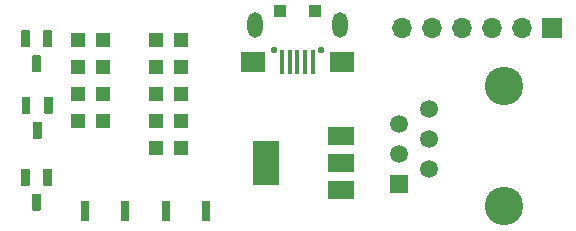
<source format=gbr>
%TF.GenerationSoftware,KiCad,Pcbnew,(5.1.9-0-10_14)*%
%TF.CreationDate,2021-03-01T21:27:09+01:00*%
%TF.ProjectId,P1_wifi,50315f77-6966-4692-9e6b-696361645f70,rev?*%
%TF.SameCoordinates,Original*%
%TF.FileFunction,Soldermask,Top*%
%TF.FilePolarity,Negative*%
%FSLAX46Y46*%
G04 Gerber Fmt 4.6, Leading zero omitted, Abs format (unit mm)*
G04 Created by KiCad (PCBNEW (5.1.9-0-10_14)) date 2021-03-01 21:27:09*
%MOMM*%
%LPD*%
G01*
G04 APERTURE LIST*
%ADD10R,0.800000X1.700000*%
%ADD11R,2.200000X3.800000*%
%ADD12R,2.200000X1.500000*%
%ADD13R,1.200000X1.200000*%
%ADD14O,1.700000X1.700000*%
%ADD15R,1.700000X1.700000*%
%ADD16R,0.400000X2.150000*%
%ADD17R,1.000000X1.000000*%
%ADD18C,0.550000*%
%ADD19O,1.300000X2.150000*%
%ADD20R,2.000000X1.800000*%
%ADD21R,1.520000X1.520000*%
%ADD22C,3.250000*%
%ADD23C,1.520000*%
G04 APERTURE END LIST*
D10*
%TO.C,PROG1*%
X20906000Y2540000D03*
X24306000Y2540000D03*
%TD*%
%TO.C,RST1*%
X14048000Y2540000D03*
X17448000Y2540000D03*
%TD*%
%TO.C,Q1*%
G36*
G01*
X10556000Y6088000D02*
X11156000Y6088000D01*
G75*
G02*
X11226000Y6018000I0J-70000D01*
G01*
X11226000Y4718000D01*
G75*
G02*
X11156000Y4648000I-70000J0D01*
G01*
X10556000Y4648000D01*
G75*
G02*
X10486000Y4718000I0J70000D01*
G01*
X10486000Y6018000D01*
G75*
G02*
X10556000Y6088000I70000J0D01*
G01*
G37*
G36*
G01*
X8656000Y6088000D02*
X9256000Y6088000D01*
G75*
G02*
X9326000Y6018000I0J-70000D01*
G01*
X9326000Y4718000D01*
G75*
G02*
X9256000Y4648000I-70000J0D01*
G01*
X8656000Y4648000D01*
G75*
G02*
X8586000Y4718000I0J70000D01*
G01*
X8586000Y6018000D01*
G75*
G02*
X8656000Y6088000I70000J0D01*
G01*
G37*
G36*
G01*
X9606000Y3988000D02*
X10206000Y3988000D01*
G75*
G02*
X10276000Y3918000I0J-70000D01*
G01*
X10276000Y2618000D01*
G75*
G02*
X10206000Y2548000I-70000J0D01*
G01*
X9606000Y2548000D01*
G75*
G02*
X9536000Y2618000I0J70000D01*
G01*
X9536000Y3918000D01*
G75*
G02*
X9606000Y3988000I70000J0D01*
G01*
G37*
%TD*%
D11*
%TO.C,U2*%
X29362000Y6604000D03*
D12*
X35662000Y4304000D03*
X35662000Y6604000D03*
X35662000Y8904000D03*
%TD*%
D13*
%TO.C,R8*%
X22132000Y7874000D03*
X20032000Y7874000D03*
%TD*%
%TO.C,R7*%
X20032000Y10160000D03*
X22132000Y10160000D03*
%TD*%
%TO.C,R6*%
X15528000Y12446000D03*
X13428000Y12446000D03*
%TD*%
%TO.C,R5*%
X13428000Y10160000D03*
X15528000Y10160000D03*
%TD*%
%TO.C,R4*%
X20032000Y14732000D03*
X22132000Y14732000D03*
%TD*%
%TO.C,R3*%
X13428000Y17018000D03*
X15528000Y17018000D03*
%TD*%
%TO.C,R2*%
X13428000Y14732000D03*
X15528000Y14732000D03*
%TD*%
%TO.C,R1*%
X22132000Y12446000D03*
X20032000Y12446000D03*
%TD*%
%TO.C,Q3*%
G36*
G01*
X10622000Y12184000D02*
X11222000Y12184000D01*
G75*
G02*
X11292000Y12114000I0J-70000D01*
G01*
X11292000Y10814000D01*
G75*
G02*
X11222000Y10744000I-70000J0D01*
G01*
X10622000Y10744000D01*
G75*
G02*
X10552000Y10814000I0J70000D01*
G01*
X10552000Y12114000D01*
G75*
G02*
X10622000Y12184000I70000J0D01*
G01*
G37*
G36*
G01*
X8722000Y12184000D02*
X9322000Y12184000D01*
G75*
G02*
X9392000Y12114000I0J-70000D01*
G01*
X9392000Y10814000D01*
G75*
G02*
X9322000Y10744000I-70000J0D01*
G01*
X8722000Y10744000D01*
G75*
G02*
X8652000Y10814000I0J70000D01*
G01*
X8652000Y12114000D01*
G75*
G02*
X8722000Y12184000I70000J0D01*
G01*
G37*
G36*
G01*
X9672000Y10084000D02*
X10272000Y10084000D01*
G75*
G02*
X10342000Y10014000I0J-70000D01*
G01*
X10342000Y8714000D01*
G75*
G02*
X10272000Y8644000I-70000J0D01*
G01*
X9672000Y8644000D01*
G75*
G02*
X9602000Y8714000I0J70000D01*
G01*
X9602000Y10014000D01*
G75*
G02*
X9672000Y10084000I70000J0D01*
G01*
G37*
%TD*%
%TO.C,Q2*%
G36*
G01*
X10556000Y17806000D02*
X11156000Y17806000D01*
G75*
G02*
X11226000Y17736000I0J-70000D01*
G01*
X11226000Y16436000D01*
G75*
G02*
X11156000Y16366000I-70000J0D01*
G01*
X10556000Y16366000D01*
G75*
G02*
X10486000Y16436000I0J70000D01*
G01*
X10486000Y17736000D01*
G75*
G02*
X10556000Y17806000I70000J0D01*
G01*
G37*
G36*
G01*
X8656000Y17806000D02*
X9256000Y17806000D01*
G75*
G02*
X9326000Y17736000I0J-70000D01*
G01*
X9326000Y16436000D01*
G75*
G02*
X9256000Y16366000I-70000J0D01*
G01*
X8656000Y16366000D01*
G75*
G02*
X8586000Y16436000I0J70000D01*
G01*
X8586000Y17736000D01*
G75*
G02*
X8656000Y17806000I70000J0D01*
G01*
G37*
G36*
G01*
X9606000Y15706000D02*
X10206000Y15706000D01*
G75*
G02*
X10276000Y15636000I0J-70000D01*
G01*
X10276000Y14336000D01*
G75*
G02*
X10206000Y14266000I-70000J0D01*
G01*
X9606000Y14266000D01*
G75*
G02*
X9536000Y14336000I0J70000D01*
G01*
X9536000Y15636000D01*
G75*
G02*
X9606000Y15706000I70000J0D01*
G01*
G37*
%TD*%
D14*
%TO.C,J3*%
X40894000Y18034000D03*
X43434000Y18034000D03*
X45974000Y18034000D03*
X48514000Y18034000D03*
X51054000Y18034000D03*
D15*
X53594000Y18034000D03*
%TD*%
D16*
%TO.C,J2*%
X30704000Y15128000D03*
X31354000Y15128000D03*
X32004000Y15128000D03*
X32654000Y15128000D03*
D17*
X30504000Y19438000D03*
D18*
X30004000Y16138000D03*
X34004000Y16138000D03*
D19*
X28404000Y18288000D03*
D20*
X28204000Y15128000D03*
D19*
X35604000Y18288000D03*
D20*
X35804000Y15128000D03*
D16*
X33304000Y15128000D03*
D17*
X33504000Y19438000D03*
%TD*%
D21*
%TO.C,J1*%
X40640000Y4826000D03*
D22*
X49530000Y2916000D03*
D23*
X43180000Y6096000D03*
X40640000Y7366000D03*
X43180000Y8636000D03*
X40640000Y9906000D03*
X43180000Y11176000D03*
D22*
X49530000Y13076000D03*
%TD*%
D13*
%TO.C,C1*%
X20032000Y17018000D03*
X22132000Y17018000D03*
%TD*%
M02*

</source>
